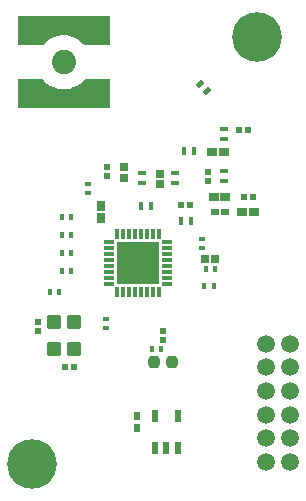
<source format=gbr>
%TF.GenerationSoftware,Altium Limited,Altium Designer,25.2.1 (25)*%
G04 Layer_Color=8388736*
%FSLAX45Y45*%
%MOMM*%
%TF.SameCoordinates,8F26995F-0812-4D31-8AB3-3E4BC66F6DA6*%
%TF.FilePolarity,Negative*%
%TF.FileFunction,Soldermask,Top*%
%TF.Part,Single*%
G01*
G75*
%TA.AperFunction,SMDPad,CuDef*%
%ADD13C,2.05000*%
%ADD14C,1.50000*%
G04:AMPARAMS|DCode=45|XSize=0.4008mm|YSize=0.7008mm|CornerRadius=0mm|HoleSize=0mm|Usage=FLASHONLY|Rotation=135.000|XOffset=0mm|YOffset=0mm|HoleType=Round|Shape=Rectangle|*
%AMROTATEDRECTD45*
4,1,4,0.38948,0.10607,-0.10607,-0.38948,-0.38948,-0.10607,0.10607,0.38948,0.38948,0.10607,0.0*
%
%ADD45ROTATEDRECTD45*%

%ADD46R,0.81080X0.77080*%
%ADD47R,0.61080X0.57080*%
%ADD48R,0.65080X0.60080*%
%ADD49R,0.40080X0.70080*%
G04:AMPARAMS|DCode=50|XSize=0.9808mm|YSize=0.9808mm|CornerRadius=0.2579mm|HoleSize=0mm|Usage=FLASHONLY|Rotation=0.000|XOffset=0mm|YOffset=0mm|HoleType=Round|Shape=RoundedRectangle|*
%AMROUNDEDRECTD50*
21,1,0.98080,0.46500,0,0,0.0*
21,1,0.46500,0.98080,0,0,0.0*
1,1,0.51580,0.23250,-0.23250*
1,1,0.51580,-0.23250,-0.23250*
1,1,0.51580,-0.23250,0.23250*
1,1,0.51580,0.23250,0.23250*
%
%ADD50ROUNDEDRECTD50*%
%ADD51R,0.55880X1.02870*%
%ADD52R,0.60960X0.76200*%
%ADD53R,0.67080X0.71080*%
%ADD54R,0.70080X0.40080*%
%ADD55R,0.57080X0.61080*%
%ADD56R,0.45080X0.55080*%
G04:AMPARAMS|DCode=57|XSize=1.1608mm|YSize=1.2608mm|CornerRadius=0.16415mm|HoleSize=0mm|Usage=FLASHONLY|Rotation=0.000|XOffset=0mm|YOffset=0mm|HoleType=Round|Shape=RoundedRectangle|*
%AMROUNDEDRECTD57*
21,1,1.16080,0.93250,0,0,0.0*
21,1,0.83250,1.26080,0,0,0.0*
1,1,0.32830,0.41625,-0.46625*
1,1,0.32830,-0.41625,-0.46625*
1,1,0.32830,-0.41625,0.46625*
1,1,0.32830,0.41625,0.46625*
%
%ADD57ROUNDEDRECTD57*%
%ADD58R,0.70080X0.65080*%
%ADD59R,3.50080X3.50080*%
%ADD60R,0.90068X0.33071*%
%ADD61R,0.33071X0.90068*%
%ADD62R,0.77080X0.81080*%
%ADD63R,0.52327X0.56615*%
%ADD64R,0.55080X0.45080*%
%TA.AperFunction,ComponentPad*%
%ADD65C,4.20320*%
%ADD66C,1.49860*%
%ADD67C,0.55880*%
G36*
X-233600Y1832400D02*
X-444830Y1832400D01*
X-444831D01*
X-455951Y1845064D01*
X-480839Y1867759D01*
X-508800Y1886540D01*
X-539223Y1900996D01*
X-571444Y1910813D01*
X-604759Y1915775D01*
X-638442D01*
X-671757Y1910813D01*
X-703978Y1900996D01*
X-734401Y1886540D01*
X-762362Y1867759D01*
X-787251Y1845064D01*
X-798370Y1832400D01*
X-1009600D01*
Y2076400D01*
X-233600D01*
Y1832400D01*
D02*
G37*
G36*
Y1300400D02*
X-1009600D01*
Y1544400D01*
X-798370Y1544400D01*
X-787250Y1531736D01*
X-762361Y1509040D01*
X-734401Y1490259D01*
X-703978Y1475803D01*
X-671757Y1465986D01*
X-638442Y1461024D01*
X-604759D01*
X-571443Y1465986D01*
X-539222Y1475803D01*
X-508800Y1490259D01*
X-480839Y1509040D01*
X-455950Y1531736D01*
X-444830Y1544400D01*
X-444830Y1544400D01*
X-233600D01*
Y1300400D01*
D02*
G37*
G36*
X185050Y128166D02*
Y88166D01*
Y49426D01*
Y9426D01*
Y-29314D01*
Y-69314D01*
Y-108054D01*
Y-188794D01*
X-172650D01*
Y-148054D01*
Y-108054D01*
Y-69314D01*
Y-29314D01*
Y9426D01*
Y49426D01*
Y88166D01*
Y128166D01*
Y168906D01*
X185050D01*
Y128166D01*
D02*
G37*
%LPC*%
G36*
X144310D02*
X104310D01*
Y88166D01*
X144310D01*
Y128166D01*
D02*
G37*
G36*
X65570D02*
X25570D01*
Y88166D01*
X65570D01*
Y128166D01*
D02*
G37*
G36*
X-13170D02*
X-53170D01*
Y88166D01*
X-13170D01*
Y128166D01*
D02*
G37*
G36*
X-91910D02*
X-131910D01*
Y88166D01*
X-91910D01*
Y128166D01*
D02*
G37*
G36*
X144310Y49426D02*
X104310D01*
Y9426D01*
X144310D01*
Y49426D01*
D02*
G37*
G36*
X65570D02*
X25570D01*
Y9426D01*
X65570D01*
Y49426D01*
D02*
G37*
G36*
X-13170D02*
X-53170D01*
Y9426D01*
X-13170D01*
Y49426D01*
D02*
G37*
G36*
X-91910D02*
X-131910D01*
Y9426D01*
X-91910D01*
Y49426D01*
D02*
G37*
G36*
X144310Y-29314D02*
X104310D01*
Y-69314D01*
X144310D01*
Y-29314D01*
D02*
G37*
G36*
X65570D02*
X25570D01*
Y-69314D01*
X65570D01*
Y-29314D01*
D02*
G37*
G36*
X-13170D02*
X-53170D01*
Y-69314D01*
X-13170D01*
Y-29314D01*
D02*
G37*
G36*
X-91910D02*
X-131910D01*
Y-69314D01*
X-91910D01*
Y-29314D01*
D02*
G37*
G36*
X144310Y-108054D02*
X104310D01*
Y-148054D01*
X144310D01*
Y-108054D01*
D02*
G37*
G36*
X65570D02*
X25570D01*
Y-148054D01*
X65570D01*
Y-108054D01*
D02*
G37*
G36*
X-13170D02*
X-53170D01*
Y-148054D01*
X-13170D01*
Y-108054D01*
D02*
G37*
G36*
X-91910D02*
X-131910D01*
Y-148054D01*
X-91910D01*
Y-108054D01*
D02*
G37*
%LPD*%
D13*
X-621599Y1688399D02*
D03*
D14*
X-355600Y1422400D02*
D03*
Y1954398D02*
D03*
D45*
X533829Y1508331D02*
D03*
X593932Y1448228D02*
D03*
D46*
X745698Y546100D02*
D03*
X647700D02*
D03*
X890798Y419100D02*
D03*
X988802D02*
D03*
X635000Y927100D02*
D03*
X732998D02*
D03*
D47*
X900801Y546100D02*
D03*
X978799D02*
D03*
X371800Y482600D02*
D03*
X449798D02*
D03*
X862701Y1117600D02*
D03*
X940699D02*
D03*
X-532501Y-889000D02*
D03*
X-610499D02*
D03*
D48*
X659298Y419100D02*
D03*
X744301D02*
D03*
D49*
X368300Y342900D02*
D03*
X453299D02*
D03*
X393700Y939800D02*
D03*
X478699D02*
D03*
X118700Y469900D02*
D03*
X33701D02*
D03*
D50*
X292100Y-850900D02*
D03*
X142098D02*
D03*
D51*
X152898Y-1308100D02*
D03*
X342900D02*
D03*
Y-1581150D02*
D03*
X247899D02*
D03*
X152898D02*
D03*
D52*
X0Y-1306830D02*
D03*
Y-1410970D02*
D03*
D53*
X-114300Y799201D02*
D03*
Y711200D02*
D03*
X190500Y742498D02*
D03*
Y654502D02*
D03*
D54*
X736600Y1037001D02*
D03*
Y1121999D02*
D03*
X317500Y663621D02*
D03*
Y748619D02*
D03*
X38100Y668701D02*
D03*
Y753699D02*
D03*
X736600Y685800D02*
D03*
Y770799D02*
D03*
D55*
X596900Y763798D02*
D03*
Y685800D02*
D03*
X-254000Y723900D02*
D03*
Y801898D02*
D03*
X-838200Y-584200D02*
D03*
Y-506202D02*
D03*
D56*
X-636900Y381000D02*
D03*
X-556900D02*
D03*
X-738500Y-254000D02*
D03*
X-658500D02*
D03*
X125100Y-736600D02*
D03*
X205100D02*
D03*
X569600Y-203200D02*
D03*
X649600D02*
D03*
X-556900Y228600D02*
D03*
X-636900D02*
D03*
X-556900Y-76200D02*
D03*
X-636900D02*
D03*
X-556900Y76200D02*
D03*
X-636900D02*
D03*
X660400Y-63500D02*
D03*
X580400D02*
D03*
D57*
X-703402Y-738002D02*
D03*
Y-508000D02*
D03*
X-533400D02*
D03*
Y-738002D02*
D03*
D58*
X660400Y25400D02*
D03*
X575401D02*
D03*
D59*
X6198Y-9942D02*
D03*
D60*
X-241300Y-184988D02*
D03*
Y-134976D02*
D03*
Y-84963D02*
D03*
Y-34950D02*
D03*
Y15062D02*
D03*
Y65075D02*
D03*
Y115087D02*
D03*
Y165100D02*
D03*
X253700D02*
D03*
Y115087D02*
D03*
Y65075D02*
D03*
Y15062D02*
D03*
Y-34950D02*
D03*
Y-84963D02*
D03*
Y-134976D02*
D03*
Y-184988D02*
D03*
D61*
X-168798Y237556D02*
D03*
X-118801D02*
D03*
X-68798D02*
D03*
X-18801D02*
D03*
X31201D02*
D03*
X81199D02*
D03*
X131201D02*
D03*
X181199D02*
D03*
Y-257444D02*
D03*
X131201D02*
D03*
X81199D02*
D03*
X31201D02*
D03*
X-18801D02*
D03*
X-68798D02*
D03*
X-118801D02*
D03*
X-168798D02*
D03*
D62*
X-304800Y468102D02*
D03*
Y370098D02*
D03*
D63*
X215900Y-660156D02*
D03*
Y-584444D02*
D03*
D64*
X-266700Y-562600D02*
D03*
Y-482600D02*
D03*
X-419100Y582300D02*
D03*
Y662300D02*
D03*
X548640Y114940D02*
D03*
Y194940D02*
D03*
D65*
X1016000Y1905000D02*
D03*
X-889000Y-1714500D02*
D03*
D66*
X1292200Y-1695399D02*
D03*
X1092200D02*
D03*
X1292200Y-1495400D02*
D03*
X1092200D02*
D03*
X1292200Y-1295400D02*
D03*
X1092200D02*
D03*
X1292200Y-1095400D02*
D03*
X1092200D02*
D03*
X1292200Y-895401D02*
D03*
X1092200D02*
D03*
X1292200Y-695401D02*
D03*
X1092200D02*
D03*
D67*
X-111912Y108168D02*
D03*
X-33172D02*
D03*
X45568D02*
D03*
X124308D02*
D03*
X-111912Y29428D02*
D03*
X-33172D02*
D03*
X45568D02*
D03*
X124308D02*
D03*
X-111912Y-49312D02*
D03*
X-33172D02*
D03*
X45568D02*
D03*
X124308D02*
D03*
X-111912Y-128052D02*
D03*
X-33172D02*
D03*
X45568D02*
D03*
X124308D02*
D03*
%TF.MD5,b0bc8ec46d2313c0d8c7fe75bb06d8bb*%
M02*

</source>
